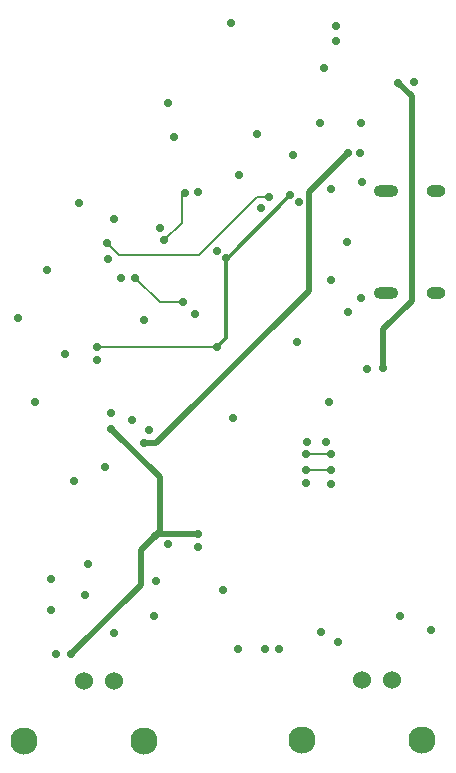
<source format=gbl>
%TF.GenerationSoftware,KiCad,Pcbnew,9.0.0*%
%TF.CreationDate,2025-02-24T12:48:06+01:00*%
%TF.ProjectId,mixed_signal,6d697865-645f-4736-9967-6e616c2e6b69,rev?*%
%TF.SameCoordinates,Original*%
%TF.FileFunction,Copper,L4,Bot*%
%TF.FilePolarity,Positive*%
%FSLAX45Y45*%
G04 Gerber Fmt 4.5, Leading zero omitted, Abs format (unit mm)*
G04 Created by KiCad (PCBNEW 9.0.0) date 2025-02-24 12:48:06*
%MOMM*%
%LPD*%
G01*
G04 APERTURE LIST*
%TA.AperFunction,ComponentPad*%
%ADD10C,2.300000*%
%TD*%
%TA.AperFunction,ComponentPad*%
%ADD11C,1.524000*%
%TD*%
%TA.AperFunction,ComponentPad*%
%ADD12O,2.100000X1.000000*%
%TD*%
%TA.AperFunction,ComponentPad*%
%ADD13O,1.600000X1.000000*%
%TD*%
%TA.AperFunction,ViaPad*%
%ADD14C,0.700000*%
%TD*%
%TA.AperFunction,Conductor*%
%ADD15C,0.500000*%
%TD*%
%TA.AperFunction,Conductor*%
%ADD16C,0.200000*%
%TD*%
%TA.AperFunction,Conductor*%
%ADD17C,0.300000*%
%TD*%
G04 APERTURE END LIST*
D10*
%TO.P,J401,*%
%TO.N,*%
X15896000Y-9988000D03*
X14880000Y-9990000D03*
D11*
%TO.P,J401,1,In*%
%TO.N,GND*%
X15642000Y-9480000D03*
%TO.P,J401,2,Ext*%
%TO.N,/DAC/OUT*%
X15388000Y-9480000D03*
%TD*%
D10*
%TO.P,J501,*%
%TO.N,*%
X13547500Y-9995000D03*
X12531500Y-9997000D03*
D11*
%TO.P,J501,1,In*%
%TO.N,GND*%
X13293500Y-9487000D03*
%TO.P,J501,2,Ext*%
%TO.N,/ADC/IN*%
X13039500Y-9487000D03*
%TD*%
D12*
%TO.P,J601,S1,SHIELD*%
%TO.N,unconnected-(J601-SHIELD-PadS1)_1*%
X15594500Y-6207000D03*
D13*
%TO.N,unconnected-(J601-SHIELD-PadS1)*%
X16012500Y-6207000D03*
D12*
%TO.N,unconnected-(J601-SHIELD-PadS1)_3*%
X15594500Y-5343000D03*
D13*
%TO.N,unconnected-(J601-SHIELD-PadS1)_2*%
X16012500Y-5343000D03*
%TD*%
D14*
%TO.N,+5V*%
X13542500Y-7477500D03*
X15270000Y-5015000D03*
%TO.N,GND*%
X14687500Y-9217500D03*
X13290000Y-5575000D03*
X15040000Y-9070000D03*
X13975000Y-6380000D03*
X13042500Y-8760000D03*
X15165500Y-4070000D03*
X13680000Y-5652500D03*
X14501500Y-4856000D03*
X13750000Y-8327500D03*
X13071250Y-8498750D03*
X15112500Y-7127500D03*
X15432500Y-6845000D03*
X14854905Y-5432577D03*
X14295000Y-7261000D03*
X13547500Y-6432500D03*
X15125000Y-5322500D03*
X14925000Y-7462500D03*
X12620000Y-7125000D03*
X15710000Y-8940000D03*
X15127500Y-6097500D03*
X12752500Y-8887500D03*
X12473750Y-6413750D03*
X14917500Y-7815000D03*
X14567500Y-9220000D03*
X15190000Y-9160000D03*
X15372500Y-5020000D03*
X13794000Y-4881000D03*
X14160095Y-5848673D03*
X14212500Y-8715000D03*
X13267500Y-7217500D03*
X15377500Y-6247500D03*
X13997500Y-5352500D03*
X13647500Y-8640000D03*
X15087500Y-7465000D03*
X15125000Y-7817500D03*
X12947500Y-7797500D03*
X14281500Y-3916000D03*
X12997500Y-5442500D03*
X15266240Y-5769526D03*
X12802500Y-9262500D03*
X12877250Y-6716250D03*
X13625000Y-8940000D03*
X14842500Y-6615000D03*
X14807500Y-5033500D03*
X14000000Y-8355000D03*
X15383000Y-4767500D03*
X12752500Y-8627500D03*
X13290000Y-9085000D03*
X15387500Y-5262500D03*
X13746500Y-4598500D03*
X15065500Y-4296375D03*
X13352500Y-6075000D03*
X14351500Y-5208500D03*
X15030000Y-4768000D03*
X13590000Y-7367500D03*
X15977500Y-9055000D03*
X13147500Y-6767500D03*
X13235000Y-5917500D03*
X15832500Y-4417500D03*
X12718750Y-6006250D03*
X14342500Y-9217500D03*
X14532500Y-5480000D03*
X13215000Y-7677500D03*
X13442500Y-7282500D03*
X15270000Y-6365000D03*
X15165500Y-3942500D03*
%TO.N,+3.3VA*%
X12925000Y-9262500D03*
X13635000Y-8257500D03*
X14000000Y-8242500D03*
X13265000Y-7355000D03*
%TO.N,/MICRO/NRST*%
X14600000Y-5392500D03*
X13227500Y-5782500D03*
%TO.N,+3V3*%
X14777500Y-5377500D03*
X14162500Y-6657500D03*
X13147500Y-6657500D03*
X15570000Y-6840000D03*
X14237500Y-5903750D03*
X15695000Y-4422500D03*
%TO.N,/MICRO/SWDIO*%
X13715000Y-5757500D03*
X13887500Y-5357500D03*
%TO.N,/DAC/DAC_NCLR*%
X13877500Y-6280000D03*
X14915000Y-7700000D03*
X13470000Y-6075000D03*
X15125000Y-7705000D03*
%TO.N,/DAC/DAC_NLDAC*%
X15130000Y-7565000D03*
X14915000Y-7570000D03*
%TD*%
D15*
%TO.N,+5V*%
X14939905Y-5345095D02*
X15270000Y-5015000D01*
X13542500Y-7477500D02*
X13647500Y-7477500D01*
X14939905Y-6185095D02*
X14939905Y-5345095D01*
X13647500Y-7477500D02*
X14939905Y-6185095D01*
%TO.N,+3.3VA*%
X13515000Y-8377500D02*
X13515000Y-8672500D01*
X14000000Y-8242500D02*
X13650000Y-8242500D01*
X13675000Y-7765000D02*
X13265000Y-7355000D01*
X13675000Y-8217500D02*
X13675000Y-7765000D01*
X13515000Y-8672500D02*
X12925000Y-9262500D01*
X13635000Y-8257500D02*
X13515000Y-8377500D01*
X13650000Y-8242500D02*
X13635000Y-8257500D01*
X13635000Y-8257500D02*
X13675000Y-8217500D01*
D16*
%TO.N,/MICRO/NRST*%
X13330000Y-5885000D02*
X14010000Y-5885000D01*
X14010000Y-5885000D02*
X14502500Y-5392500D01*
X13227500Y-5782500D02*
X13330000Y-5885000D01*
X14502500Y-5392500D02*
X14600000Y-5392500D01*
D17*
%TO.N,+3V3*%
X14251250Y-5903750D02*
X14237500Y-5903750D01*
D15*
X15570000Y-6840000D02*
X15570000Y-6507500D01*
X15810000Y-6267500D02*
X15810000Y-4537500D01*
D17*
X14237500Y-6582500D02*
X14162500Y-6657500D01*
X14237500Y-5903750D02*
X14237500Y-6582500D01*
D16*
X14162500Y-6657500D02*
X13147500Y-6657500D01*
D17*
X14777500Y-5377500D02*
X14251250Y-5903750D01*
D15*
X15570000Y-6507500D02*
X15810000Y-6267500D01*
X15810000Y-4537500D02*
X15695000Y-4422500D01*
D16*
%TO.N,/MICRO/SWDIO*%
X13715000Y-5757500D02*
X13862500Y-5610000D01*
X13862500Y-5610000D02*
X13862500Y-5380000D01*
X13862500Y-5380000D02*
X13897500Y-5345000D01*
%TO.N,/DAC/DAC_NCLR*%
X14915000Y-7700000D02*
X15120000Y-7700000D01*
X13877500Y-6280000D02*
X13675000Y-6280000D01*
X15120000Y-7700000D02*
X15125000Y-7705000D01*
X13675000Y-6280000D02*
X13470000Y-6075000D01*
%TO.N,/DAC/DAC_NLDAC*%
X14915000Y-7570000D02*
X15125000Y-7570000D01*
X15125000Y-7570000D02*
X15130000Y-7565000D01*
%TD*%
M02*

</source>
